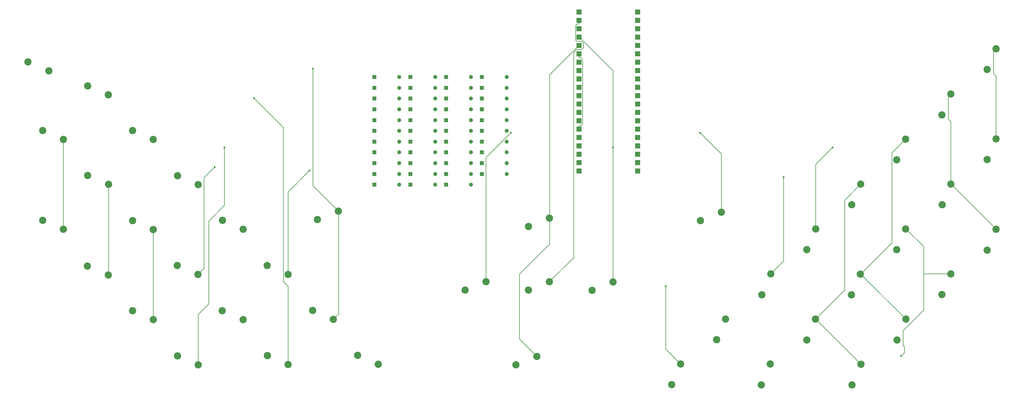
<source format=gbr>
%TF.GenerationSoftware,KiCad,Pcbnew,8.0.8*%
%TF.CreationDate,2025-06-15T20:35:26-04:00*%
%TF.ProjectId,keyboard meow,6b657962-6f61-4726-9420-6d656f772e6b,rev?*%
%TF.SameCoordinates,Original*%
%TF.FileFunction,Copper,L2,Bot*%
%TF.FilePolarity,Positive*%
%FSLAX46Y46*%
G04 Gerber Fmt 4.6, Leading zero omitted, Abs format (unit mm)*
G04 Created by KiCad (PCBNEW 8.0.8) date 2025-06-15 20:35:26*
%MOMM*%
%LPD*%
G01*
G04 APERTURE LIST*
%TA.AperFunction,ComponentPad*%
%ADD10R,1.508000X1.508000*%
%TD*%
%TA.AperFunction,ComponentPad*%
%ADD11C,2.200000*%
%TD*%
%TA.AperFunction,ComponentPad*%
%ADD12C,1.238000*%
%TD*%
%TA.AperFunction,ComponentPad*%
%ADD13R,1.238000X1.238000*%
%TD*%
%TA.AperFunction,ViaPad*%
%ADD14C,0.600000*%
%TD*%
%TA.AperFunction,Conductor*%
%ADD15C,0.200000*%
%TD*%
G04 APERTURE END LIST*
D10*
%TO.P,U1,GP0,GP0*%
%TO.N,col1*%
X210286300Y-91528400D03*
%TO.P,U1,GP1,GP1*%
%TO.N,col2*%
X210286300Y-94068400D03*
%TO.P,U1,GND4,GND4*%
%TO.N,unconnected-(U1-PadGND4)*%
X210286300Y-96608400D03*
%TO.P,U1,GP2,GP2*%
%TO.N,col3*%
X210286300Y-99148400D03*
%TO.P,U1,GP3,GP3*%
%TO.N,col4*%
X210286300Y-101688400D03*
%TO.P,U1,GP4,GP4*%
%TO.N,col5*%
X210286300Y-104228400D03*
%TO.P,U1,GP5,GP5*%
%TO.N,row1*%
X210286300Y-106768400D03*
%TO.P,U1,GND5,GND5*%
%TO.N,unconnected-(U1-PadGND5)*%
X210286300Y-109308400D03*
%TO.P,U1,GP6,GP6*%
%TO.N,row3*%
X210286300Y-111848400D03*
%TO.P,U1,GP7,GP7*%
%TO.N,row4*%
X210286300Y-114388400D03*
%TO.P,U1,GP8,GP8*%
%TO.N,row5*%
X210286300Y-116928400D03*
%TO.P,U1,GP9,GP9*%
%TO.N,row6*%
X210286300Y-119468400D03*
%TO.P,U1,GND6,GND6*%
%TO.N,unconnected-(U1-PadGND6)*%
X210286300Y-122008400D03*
%TO.P,U1,GP10,GP10*%
%TO.N,row8*%
X210286300Y-124548400D03*
%TO.P,U1,GP11,GP11*%
%TO.N,col5*%
X210286300Y-127088400D03*
%TO.P,U1,GP12,GP12*%
%TO.N,row7*%
X210286300Y-129628400D03*
%TO.P,U1,GP13,GP13*%
%TO.N,1*%
X210286300Y-132168400D03*
%TO.P,U1,GND7,GND7*%
%TO.N,unconnected-(U1-PadGND7)*%
X210286300Y-134708400D03*
%TO.P,U1,GP14,GP14*%
%TO.N,2*%
X210286300Y-137248400D03*
%TO.P,U1,GP15,GP15*%
%TO.N,3*%
X210286300Y-139788400D03*
%TO.P,U1,VBUS,VBUS*%
%TO.N,unconnected-(U1-PadVBUS)*%
X228066300Y-91528400D03*
%TO.P,U1,VSYS,VSYS*%
%TO.N,unconnected-(U1-PadVSYS)*%
X228066300Y-94068400D03*
%TO.P,U1,GND,GND*%
%TO.N,unconnected-(U1-PadGND)*%
X228066300Y-96608400D03*
%TO.P,U1,3V3_EN,3V3_EN*%
%TO.N,unconnected-(U1-Pad3V3_EN)*%
X228066300Y-99148400D03*
%TO.P,U1,3V3,3V3*%
%TO.N,unconnected-(U1-Pad3V3)*%
X228066300Y-101688400D03*
%TO.P,U1,ADC_VREF,ADC_VREF*%
%TO.N,unconnected-(U1-PadADC_VREF)*%
X228066300Y-104228400D03*
%TO.P,U1,GP28_A2,GP28_A2*%
%TO.N,unconnected-(U1-PadGP28_A2)*%
X228066300Y-106768400D03*
%TO.P,U1,AGND,AGND*%
%TO.N,unconnected-(U1-PadAGND)*%
X228066300Y-109308400D03*
%TO.P,U1,GP27_A1,GP27_A1*%
%TO.N,unconnected-(U1-PadGP27_A1)*%
X228066300Y-111848400D03*
%TO.P,U1,GP26_A0,GP26_A0*%
%TO.N,unconnected-(U1-PadGP26_A0)*%
X228066300Y-114388400D03*
%TO.P,U1,RUN,RUN*%
%TO.N,unconnected-(U1-PadRUN)*%
X228066300Y-116928400D03*
%TO.P,U1,GP22,GP22*%
%TO.N,unconnected-(U1-PadGP22)*%
X228066300Y-119468400D03*
%TO.P,U1,GND2,GND2*%
%TO.N,unconnected-(U1-PadGND2)*%
X228066300Y-122008400D03*
%TO.P,U1,GP21,GP21*%
%TO.N,unconnected-(U1-PadGP21)*%
X228066300Y-124548400D03*
%TO.P,U1,GP20,GP20*%
%TO.N,unconnected-(U1-PadGP20)*%
X228066300Y-127088400D03*
%TO.P,U1,GP19,GP19*%
%TO.N,unconnected-(U1-PadGP19)*%
X228066300Y-129628400D03*
%TO.P,U1,GP18,GP18*%
%TO.N,unconnected-(U1-PadGP18)*%
X228066300Y-132168400D03*
%TO.P,U1,GND3,GND3*%
%TO.N,unconnected-(U1-PadGND3)*%
X228066300Y-134708400D03*
%TO.P,U1,GP17,GP17*%
%TO.N,unconnected-(U1-PadGP17)*%
X228066300Y-137248400D03*
%TO.P,U1,GP16,GP16*%
%TO.N,4*%
X228066300Y-139788400D03*
%TD*%
D11*
%TO.P,SW44,1,1*%
%TO.N,1*%
X94810500Y-198645800D03*
%TO.P,SW44,2,2*%
%TO.N,Net-(D43-A)*%
X88524321Y-195951723D03*
%TD*%
%TO.P,SW43,1,1*%
%TO.N,2*%
X94754600Y-171216200D03*
%TO.P,SW43,2,2*%
%TO.N,Net-(D42-A)*%
X88468421Y-168522123D03*
%TD*%
%TO.P,SW42,1,1*%
%TO.N,3*%
X122031900Y-171164100D03*
%TO.P,SW42,2,2*%
%TO.N,Net-(D21-A)*%
X115745721Y-168470023D03*
%TD*%
%TO.P,SW40,1,1*%
%TO.N,col5*%
X182109900Y-173422600D03*
%TO.P,SW40,2,2*%
%TO.N,Net-(D20-A)*%
X175759900Y-175962600D03*
%TD*%
%TO.P,SW39,1,1*%
%TO.N,col5*%
X253500500Y-152332300D03*
%TO.P,SW39,2,2*%
%TO.N,Net-(D19-A)*%
X247150500Y-154872300D03*
%TD*%
%TO.P,SW38,1,1*%
%TO.N,col5*%
X295754800Y-198436300D03*
%TO.P,SW38,2,2*%
%TO.N,Net-(D18-A)*%
X293060723Y-204722479D03*
%TD*%
%TO.P,SW37,1,1*%
%TO.N,col5*%
X282035200Y-184775500D03*
%TO.P,SW37,2,2*%
%TO.N,Net-(D17-A)*%
X279341123Y-191061679D03*
%TD*%
%TO.P,SW36,1,1*%
%TO.N,col5*%
X295734300Y-143769200D03*
%TO.P,SW36,2,2*%
%TO.N,Net-(D16-A)*%
X293040223Y-150055379D03*
%TD*%
%TO.P,SW35,1,1*%
%TO.N,col5*%
X81171800Y-184885700D03*
%TO.P,SW35,2,2*%
%TO.N,Net-(D15-A)*%
X74885621Y-182191623D03*
%TD*%
%TO.P,SW34,1,1*%
%TO.N,col5*%
X81171800Y-157542800D03*
%TO.P,SW34,2,2*%
%TO.N,Net-(D6-A)*%
X74885621Y-154848723D03*
%TD*%
%TO.P,SW33,1,1*%
%TO.N,col5*%
X108426700Y-157489500D03*
%TO.P,SW33,2,2*%
%TO.N,Net-(D5-A)*%
X102140521Y-154795423D03*
%TD*%
%TO.P,SW32,1,1*%
%TO.N,col4*%
X201316500Y-154068000D03*
%TO.P,SW32,2,2*%
%TO.N,Net-(D22-A)*%
X194966500Y-156608000D03*
%TD*%
%TO.P,SW31,1,1*%
%TO.N,col4*%
X197471600Y-196066500D03*
%TO.P,SW31,2,2*%
%TO.N,Net-(D23-A)*%
X191121600Y-198606500D03*
%TD*%
%TO.P,SW30,1,1*%
%TO.N,col4*%
X336797200Y-130033100D03*
%TO.P,SW30,2,2*%
%TO.N,Net-(D24-A)*%
X334103123Y-136319279D03*
%TD*%
%TO.P,SW29,1,1*%
%TO.N,col4*%
X336751000Y-102675300D03*
%TO.P,SW29,2,2*%
%TO.N,Net-(D25-A)*%
X334056923Y-108961479D03*
%TD*%
%TO.P,SW28,1,1*%
%TO.N,col4*%
X282094100Y-157384600D03*
%TO.P,SW28,2,2*%
%TO.N,Net-(D26-K)*%
X279400023Y-163670779D03*
%TD*%
%TO.P,SW27,1,1*%
%TO.N,col4*%
X67507100Y-171320200D03*
%TO.P,SW27,2,2*%
%TO.N,Net-(D14-A)*%
X61220921Y-168626123D03*
%TD*%
%TO.P,SW26,1,1*%
%TO.N,col4*%
X67587800Y-143854700D03*
%TO.P,SW26,2,2*%
%TO.N,Net-(D7-A)*%
X61301621Y-141160623D03*
%TD*%
%TO.P,SW25,1,1*%
%TO.N,col4*%
X94805400Y-143889400D03*
%TO.P,SW25,2,2*%
%TO.N,Net-(D4-A)*%
X88519221Y-141195323D03*
%TD*%
%TO.P,SW24,1,1*%
%TO.N,col3*%
X220578300Y-173448600D03*
%TO.P,SW24,2,2*%
%TO.N,Net-(D31-K)*%
X214228300Y-175988600D03*
%TD*%
%TO.P,SW23,1,1*%
%TO.N,col3*%
X336783300Y-157508500D03*
%TO.P,SW23,2,2*%
%TO.N,Net-(D30-K)*%
X334089223Y-163794679D03*
%TD*%
%TO.P,SW22,1,1*%
%TO.N,col3*%
X323088200Y-143772000D03*
%TO.P,SW22,2,2*%
%TO.N,Net-(D29-K)*%
X320394123Y-150058179D03*
%TD*%
%TO.P,SW21,1,1*%
%TO.N,col3*%
X323058300Y-116446400D03*
%TO.P,SW21,2,2*%
%TO.N,Net-(D28-K)*%
X320364223Y-122732579D03*
%TD*%
%TO.P,SW20,1,1*%
%TO.N,col3*%
X268433200Y-171045400D03*
%TO.P,SW20,2,2*%
%TO.N,Net-(D27-K)*%
X265739123Y-177331579D03*
%TD*%
%TO.P,SW19,1,1*%
%TO.N,col3*%
X53898300Y-157438700D03*
%TO.P,SW19,2,2*%
%TO.N,Net-(D13-A)*%
X47612121Y-154744623D03*
%TD*%
%TO.P,SW18,1,1*%
%TO.N,col3*%
X53933000Y-130234600D03*
%TO.P,SW18,2,2*%
%TO.N,Net-(D8-A)*%
X47646821Y-127540523D03*
%TD*%
%TO.P,SW17,1,1*%
%TO.N,col3*%
X81148700Y-130223000D03*
%TO.P,SW17,2,2*%
%TO.N,Net-(D3-A)*%
X74862521Y-127528923D03*
%TD*%
%TO.P,SW16,1,1*%
%TO.N,col2*%
X201319200Y-173413900D03*
%TO.P,SW16,2,2*%
%TO.N,Net-(D32-K)*%
X194969200Y-175953900D03*
%TD*%
%TO.P,SW15,1,1*%
%TO.N,col2*%
X323018300Y-171034600D03*
%TO.P,SW15,2,2*%
%TO.N,Net-(D33-K)*%
X320324223Y-177320779D03*
%TD*%
%TO.P,SW14,1,1*%
%TO.N,col2*%
X309367500Y-157397900D03*
%TO.P,SW14,2,2*%
%TO.N,Net-(D34-K)*%
X306673423Y-163684079D03*
%TD*%
%TO.P,SW13,1,1*%
%TO.N,col2*%
X268305900Y-198401600D03*
%TO.P,SW13,2,2*%
%TO.N,Net-(D35-K)*%
X265611823Y-204687779D03*
%TD*%
%TO.P,SW12,1,1*%
%TO.N,col2*%
X241089300Y-198358300D03*
%TO.P,SW12,2,2*%
%TO.N,Net-(D36-K)*%
X238395223Y-204644479D03*
%TD*%
%TO.P,SW11,1,1*%
%TO.N,col2*%
X122082700Y-198540400D03*
%TO.P,SW11,2,2*%
%TO.N,Net-(D12-A)*%
X115796521Y-195846323D03*
%TD*%
%TO.P,SW10,1,1*%
%TO.N,col2*%
X149421900Y-198438200D03*
%TO.P,SW10,2,2*%
%TO.N,Net-(D9-A)*%
X143135721Y-195744123D03*
%TD*%
%TO.P,SW9,1,1*%
%TO.N,col2*%
X67555600Y-116672400D03*
%TO.P,SW9,2,2*%
%TO.N,Net-(D2-A)*%
X61269421Y-113978323D03*
%TD*%
%TO.P,SW8,1,1*%
%TO.N,col1*%
X137294800Y-151994600D03*
%TO.P,SW8,2,2*%
%TO.N,Net-(D41-K)*%
X130944800Y-154534600D03*
%TD*%
%TO.P,SW7,1,1*%
%TO.N,col1*%
X309403600Y-184770900D03*
%TO.P,SW7,2,2*%
%TO.N,Net-(D40-K)*%
X306709523Y-191057079D03*
%TD*%
%TO.P,SW6,2,2*%
%TO.N,Net-(D39-K)*%
X292934623Y-177383679D03*
%TO.P,SW6,1,1*%
%TO.N,col1*%
X295628700Y-171097500D03*
%TD*%
%TO.P,SW5,1,1*%
%TO.N,col1*%
X309336900Y-130131900D03*
%TO.P,SW5,2,2*%
%TO.N,Net-(D38-K)*%
X306642823Y-136418079D03*
%TD*%
%TO.P,SW4,2,2*%
%TO.N,Net-(D37-K)*%
X252048123Y-191021379D03*
%TO.P,SW4,1,1*%
%TO.N,col1*%
X254742200Y-184735200D03*
%TD*%
%TO.P,SW3,1,1*%
%TO.N,col1*%
X108393300Y-184903000D03*
%TO.P,SW3,2,2*%
%TO.N,Net-(D11-A)*%
X102107121Y-182208923D03*
%TD*%
%TO.P,SW2,1,1*%
%TO.N,col1*%
X135770800Y-184798900D03*
%TO.P,SW2,2,2*%
%TO.N,Net-(D10-A)*%
X129484621Y-182104823D03*
%TD*%
%TO.P,SW1,2,2*%
%TO.N,Net-(D1-A)*%
X49466179Y-109374077D03*
%TO.P,SW1,1,1*%
%TO.N,col1*%
X43180000Y-106680000D03*
%TD*%
D12*
%TO.P,D43,A*%
%TO.N,N/C*%
X188376500Y-140689100D03*
D13*
%TO.P,D43,K*%
X180839500Y-140689100D03*
%TD*%
D12*
%TO.P,D42,A*%
%TO.N,N/C*%
X188376500Y-137419100D03*
D13*
%TO.P,D42,K*%
X180839500Y-137419100D03*
%TD*%
D12*
%TO.P,D41,A*%
%TO.N,N/C*%
X188376500Y-134149100D03*
D13*
%TO.P,D41,K*%
X180839500Y-134149100D03*
%TD*%
D12*
%TO.P,D40,A*%
%TO.N,N/C*%
X188376500Y-130879100D03*
D13*
%TO.P,D40,K*%
X180839500Y-130879100D03*
%TD*%
D12*
%TO.P,D39,A*%
%TO.N,N/C*%
X188376500Y-127609100D03*
D13*
%TO.P,D39,K*%
X180839500Y-127609100D03*
%TD*%
D12*
%TO.P,D38,A*%
%TO.N,N/C*%
X188376500Y-124339100D03*
D13*
%TO.P,D38,K*%
X180839500Y-124339100D03*
%TD*%
D12*
%TO.P,D37,A*%
%TO.N,N/C*%
X188376500Y-121069100D03*
D13*
%TO.P,D37,K*%
X180839500Y-121069100D03*
%TD*%
D12*
%TO.P,D36,A*%
%TO.N,N/C*%
X188376500Y-117799100D03*
D13*
%TO.P,D36,K*%
X180839500Y-117799100D03*
%TD*%
D12*
%TO.P,D35,A*%
%TO.N,N/C*%
X188376500Y-114529100D03*
D13*
%TO.P,D35,K*%
X180839500Y-114529100D03*
%TD*%
D12*
%TO.P,D34,A*%
%TO.N,N/C*%
X188376500Y-111259100D03*
D13*
%TO.P,D34,K*%
X180839500Y-111259100D03*
%TD*%
D12*
%TO.P,D33,A*%
%TO.N,N/C*%
X177514000Y-143959100D03*
D13*
%TO.P,D33,K*%
X169977000Y-143959100D03*
%TD*%
D12*
%TO.P,D32,A*%
%TO.N,N/C*%
X177514000Y-140689100D03*
D13*
%TO.P,D32,K*%
X169977000Y-140689100D03*
%TD*%
D12*
%TO.P,D31,A*%
%TO.N,N/C*%
X177514000Y-137419100D03*
D13*
%TO.P,D31,K*%
X169977000Y-137419100D03*
%TD*%
D12*
%TO.P,D30,A*%
%TO.N,N/C*%
X177514000Y-134149100D03*
D13*
%TO.P,D30,K*%
X169977000Y-134149100D03*
%TD*%
D12*
%TO.P,D29,A*%
%TO.N,N/C*%
X177514000Y-130879100D03*
D13*
%TO.P,D29,K*%
X169977000Y-130879100D03*
%TD*%
D12*
%TO.P,D28,A*%
%TO.N,N/C*%
X177514000Y-127609100D03*
D13*
%TO.P,D28,K*%
X169977000Y-127609100D03*
%TD*%
D12*
%TO.P,D27,A*%
%TO.N,N/C*%
X177514000Y-124339100D03*
D13*
%TO.P,D27,K*%
X169977000Y-124339100D03*
%TD*%
D12*
%TO.P,D26,A*%
%TO.N,N/C*%
X177514000Y-121069100D03*
D13*
%TO.P,D26,K*%
X169977000Y-121069100D03*
%TD*%
D12*
%TO.P,D25,A*%
%TO.N,N/C*%
X177514000Y-117799100D03*
D13*
%TO.P,D25,K*%
X169977000Y-117799100D03*
%TD*%
D12*
%TO.P,D24,A*%
%TO.N,N/C*%
X177514000Y-114529100D03*
D13*
%TO.P,D24,K*%
X169977000Y-114529100D03*
%TD*%
D12*
%TO.P,D23,A*%
%TO.N,N/C*%
X177514000Y-111259100D03*
D13*
%TO.P,D23,K*%
X169977000Y-111259100D03*
%TD*%
D12*
%TO.P,D22,A*%
%TO.N,N/C*%
X166651500Y-143959100D03*
D13*
%TO.P,D22,K*%
X159114500Y-143959100D03*
%TD*%
D12*
%TO.P,D21,A*%
%TO.N,N/C*%
X166651500Y-140689100D03*
D13*
%TO.P,D21,K*%
X159114500Y-140689100D03*
%TD*%
D12*
%TO.P,D20,A*%
%TO.N,N/C*%
X166651500Y-137419100D03*
D13*
%TO.P,D20,K*%
X159114500Y-137419100D03*
%TD*%
D12*
%TO.P,D19,A*%
%TO.N,N/C*%
X166651500Y-134149100D03*
D13*
%TO.P,D19,K*%
X159114500Y-134149100D03*
%TD*%
D12*
%TO.P,D18,A*%
%TO.N,N/C*%
X166651500Y-130879100D03*
D13*
%TO.P,D18,K*%
X159114500Y-130879100D03*
%TD*%
D12*
%TO.P,D17,A*%
%TO.N,N/C*%
X166651500Y-127609100D03*
D13*
%TO.P,D17,K*%
X159114500Y-127609100D03*
%TD*%
D12*
%TO.P,D16,A*%
%TO.N,N/C*%
X166651500Y-124339100D03*
D13*
%TO.P,D16,K*%
X159114500Y-124339100D03*
%TD*%
D12*
%TO.P,D15,A*%
%TO.N,N/C*%
X166651500Y-121069100D03*
D13*
%TO.P,D15,K*%
X159114500Y-121069100D03*
%TD*%
D12*
%TO.P,D14,A*%
%TO.N,N/C*%
X166651500Y-117799100D03*
D13*
%TO.P,D14,K*%
X159114500Y-117799100D03*
%TD*%
D12*
%TO.P,D13,A*%
%TO.N,N/C*%
X166651500Y-114529100D03*
D13*
%TO.P,D13,K*%
X159114500Y-114529100D03*
%TD*%
D12*
%TO.P,D12,A*%
%TO.N,N/C*%
X166651500Y-111259100D03*
D13*
%TO.P,D12,K*%
X159114500Y-111259100D03*
%TD*%
D12*
%TO.P,D11,A*%
%TO.N,N/C*%
X155789000Y-143959100D03*
D13*
%TO.P,D11,K*%
X148252000Y-143959100D03*
%TD*%
D12*
%TO.P,D10,A*%
%TO.N,N/C*%
X155789000Y-140689100D03*
D13*
%TO.P,D10,K*%
X148252000Y-140689100D03*
%TD*%
D12*
%TO.P,D9,A*%
%TO.N,N/C*%
X155789000Y-137419100D03*
D13*
%TO.P,D9,K*%
X148252000Y-137419100D03*
%TD*%
D12*
%TO.P,D8,A*%
%TO.N,N/C*%
X155789000Y-134149100D03*
D13*
%TO.P,D8,K*%
X148252000Y-134149100D03*
%TD*%
D12*
%TO.P,D7,A*%
%TO.N,N/C*%
X155789000Y-130879100D03*
D13*
%TO.P,D7,K*%
X148252000Y-130879100D03*
%TD*%
D12*
%TO.P,D6,A*%
%TO.N,N/C*%
X155789000Y-127609100D03*
D13*
%TO.P,D6,K*%
X148252000Y-127609100D03*
%TD*%
D12*
%TO.P,D5,A*%
%TO.N,N/C*%
X155789000Y-124339100D03*
D13*
%TO.P,D5,K*%
X148252000Y-124339100D03*
%TD*%
D12*
%TO.P,D4,A*%
%TO.N,N/C*%
X155789000Y-121069100D03*
D13*
%TO.P,D4,K*%
X148252000Y-121069100D03*
%TD*%
D12*
%TO.P,D3,A*%
%TO.N,N/C*%
X155789000Y-117799100D03*
D13*
%TO.P,D3,K*%
X148252000Y-117799100D03*
%TD*%
D12*
%TO.P,D2,A*%
%TO.N,N/C*%
X155789000Y-114529100D03*
D13*
%TO.P,D2,K*%
X148252000Y-114529100D03*
%TD*%
D12*
%TO.P,D1,A*%
%TO.N,N/C*%
X155789000Y-111259100D03*
D13*
%TO.P,D1,K*%
X148252000Y-111259100D03*
%TD*%
D14*
%TO.N,1*%
X102796300Y-132647000D03*
%TO.N,2*%
X99822200Y-138631000D03*
%TO.N,3*%
X128517800Y-139694300D03*
%TO.N,col5*%
X247046100Y-128144100D03*
X189591200Y-128202200D03*
%TO.N,col4*%
X287190500Y-132647000D03*
%TO.N,col3*%
X220578300Y-132647000D03*
X272320000Y-141623000D03*
%TO.N,col2*%
X236630800Y-174789800D03*
X111718600Y-117687000D03*
X308009200Y-195913100D03*
%TO.N,col1*%
X129563200Y-108711000D03*
%TD*%
D15*
%TO.N,1*%
X94810500Y-183394200D02*
X94810500Y-198645800D01*
X98012800Y-180191900D02*
X94810500Y-183394200D01*
X98012800Y-154984800D02*
X98012800Y-180191900D01*
X102796300Y-150201300D02*
X98012800Y-154984800D01*
X102796300Y-132647000D02*
X102796300Y-150201300D01*
%TO.N,2*%
X96607200Y-169363600D02*
X94754600Y-171216200D01*
X96607200Y-141846000D02*
X96607200Y-169363600D01*
X99822200Y-138631000D02*
X96607200Y-141846000D01*
%TO.N,3*%
X122031900Y-146180200D02*
X128517800Y-139694300D01*
X122031900Y-171164100D02*
X122031900Y-146180200D01*
%TO.N,col5*%
X81171800Y-157542800D02*
X81171800Y-184885700D01*
X210286300Y-127088400D02*
X210286300Y-126032700D01*
X210286300Y-104228400D02*
X210286300Y-105284100D01*
X253500500Y-134598500D02*
X253500500Y-152332300D01*
X247046100Y-128144100D02*
X253500500Y-134598500D01*
X210814200Y-126032700D02*
X210286300Y-126032700D01*
X211342000Y-125504900D02*
X210814200Y-126032700D01*
X211342000Y-105811900D02*
X211342000Y-125504900D01*
X210814200Y-105284100D02*
X211342000Y-105811900D01*
X210286300Y-105284100D02*
X210814200Y-105284100D01*
X290867700Y-175943000D02*
X282064600Y-184746100D01*
X290867700Y-148635800D02*
X290867700Y-175943000D01*
X295734300Y-143769200D02*
X290867700Y-148635800D01*
X295754800Y-198436300D02*
X282064600Y-184746100D01*
X282064600Y-184746100D02*
X282035200Y-184775500D01*
X182109900Y-135683500D02*
X189591200Y-128202200D01*
X182109900Y-173422600D02*
X182109900Y-135683500D01*
%TO.N,col4*%
X67587800Y-171239500D02*
X67507100Y-171320200D01*
X67587800Y-143854700D02*
X67587800Y-171239500D01*
X336797200Y-111055800D02*
X336797200Y-130033100D01*
X335990300Y-110248900D02*
X336797200Y-111055800D01*
X335990300Y-103436000D02*
X335990300Y-110248900D01*
X336751000Y-102675300D02*
X335990300Y-103436000D01*
X201367700Y-154068000D02*
X201316500Y-154068000D01*
X282094100Y-137743400D02*
X282094100Y-157384600D01*
X287190500Y-132647000D02*
X282094100Y-137743400D01*
X201367700Y-110566800D02*
X201367700Y-154068000D01*
X210246100Y-101688400D02*
X201367700Y-110566800D01*
X210286300Y-101688400D02*
X210246100Y-101688400D01*
X192251600Y-190846500D02*
X197471600Y-196066500D01*
X192251600Y-171067000D02*
X192251600Y-190846500D01*
X201367700Y-161950900D02*
X192251600Y-171067000D01*
X201367700Y-154068000D02*
X201367700Y-161950900D01*
%TO.N,col3*%
X53898300Y-130269300D02*
X53933000Y-130234600D01*
X53898300Y-157438700D02*
X53898300Y-130269300D01*
X336783300Y-157395200D02*
X336783300Y-157508500D01*
X323160100Y-143772000D02*
X336783300Y-157395200D01*
X323088200Y-143772000D02*
X323160100Y-143772000D01*
X220578300Y-173448600D02*
X220578300Y-132647000D01*
X323088200Y-124810500D02*
X323088200Y-143772000D01*
X322297600Y-124019900D02*
X323088200Y-124810500D01*
X322297600Y-117207100D02*
X322297600Y-124019900D01*
X323058300Y-116446400D02*
X322297600Y-117207100D01*
X210326400Y-99148400D02*
X210286300Y-99148400D01*
X220578300Y-109400300D02*
X210326400Y-99148400D01*
X220578300Y-132647000D02*
X220578300Y-109400300D01*
X272320000Y-167158600D02*
X272320000Y-141623000D01*
X268433200Y-171045400D02*
X272320000Y-167158600D01*
%TO.N,col2*%
X236630800Y-193899800D02*
X241089300Y-198358300D01*
X236630800Y-174789800D02*
X236630800Y-193899800D01*
X122082700Y-174842000D02*
X122082700Y-198540400D01*
X120630200Y-173389500D02*
X122082700Y-174842000D01*
X120630200Y-126598600D02*
X120630200Y-173389500D01*
X111718600Y-117687000D02*
X120630200Y-126598600D01*
X208658900Y-166074200D02*
X201319200Y-173413900D01*
X208658900Y-103843600D02*
X208658900Y-166074200D01*
X209516900Y-102985600D02*
X208658900Y-103843600D01*
X210970300Y-102985600D02*
X209516900Y-102985600D01*
X211643400Y-102312500D02*
X210970300Y-102985600D01*
X211643400Y-101033400D02*
X211643400Y-102312500D01*
X211055600Y-100445600D02*
X211643400Y-101033400D01*
X209606800Y-100445600D02*
X211055600Y-100445600D01*
X209230600Y-100069400D02*
X209606800Y-100445600D01*
X209230600Y-95651900D02*
X209230600Y-100069400D01*
X209758400Y-95124100D02*
X209230600Y-95651900D01*
X210286300Y-95124100D02*
X209758400Y-95124100D01*
X210286300Y-94068400D02*
X210286300Y-95124100D01*
X314805500Y-162750800D02*
X314805500Y-171034600D01*
X309452600Y-157397900D02*
X314805500Y-162750800D01*
X309367500Y-157397900D02*
X309452600Y-157397900D01*
X314805500Y-171034600D02*
X323018300Y-171034600D01*
X309009200Y-194913100D02*
X308009200Y-195913100D01*
X309009200Y-193170500D02*
X309009200Y-194913100D01*
X308607300Y-192768600D02*
X309009200Y-193170500D01*
X308607300Y-188267700D02*
X308607300Y-192768600D01*
X314805500Y-182069500D02*
X308607300Y-188267700D01*
X314805500Y-171034600D02*
X314805500Y-182069500D01*
%TO.N,col1*%
X129563200Y-144263000D02*
X137294800Y-151994600D01*
X129563200Y-108711000D02*
X129563200Y-144263000D01*
X137345600Y-183224100D02*
X135770800Y-184798900D01*
X137345600Y-152045400D02*
X137345600Y-183224100D01*
X137294800Y-151994600D02*
X137345600Y-152045400D01*
X305221700Y-161606000D02*
X295730200Y-171097500D01*
X305221700Y-134247100D02*
X305221700Y-161606000D01*
X309336900Y-130131900D02*
X305221700Y-134247100D01*
X295628700Y-171097500D02*
X295730200Y-171097500D01*
X295730200Y-171097500D02*
X309403600Y-184770900D01*
%TD*%
M02*

</source>
